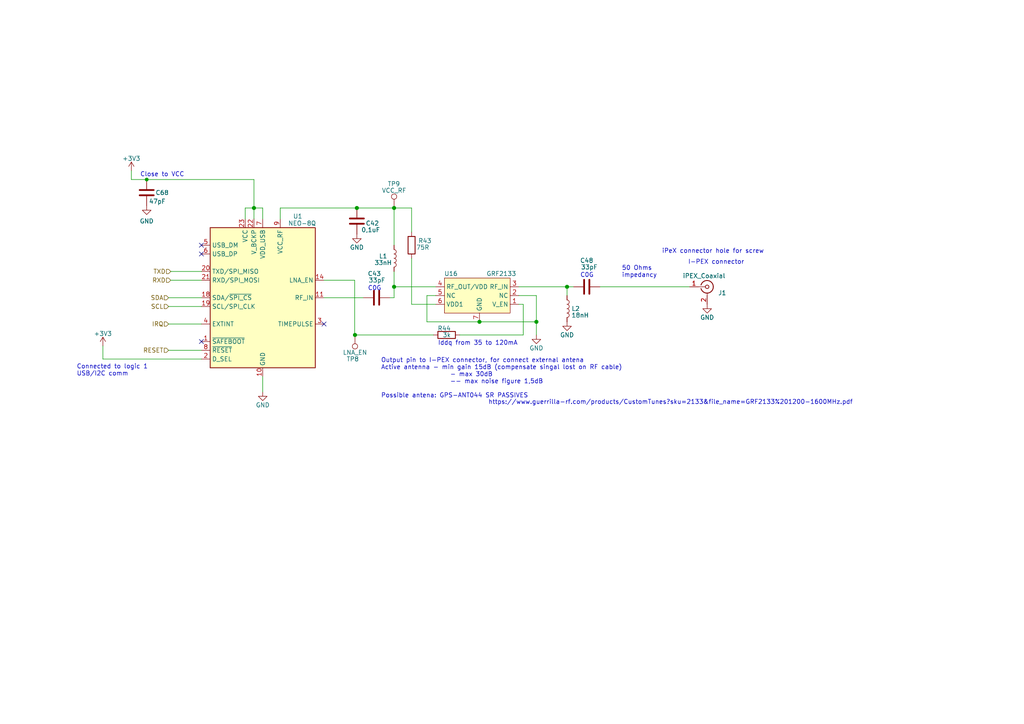
<source format=kicad_sch>
(kicad_sch (version 20211123) (generator eeschema)

  (uuid 8b38e713-2ae3-4571-a0a2-528b1d1f5431)

  (paper "A4")

  (lib_symbols
    (symbol "Connector:Conn_Coaxial" (pin_names (offset 1.016) hide) (in_bom yes) (on_board yes)
      (property "Reference" "J" (id 0) (at 0.254 3.048 0)
        (effects (font (size 1.27 1.27)))
      )
      (property "Value" "Conn_Coaxial" (id 1) (at 2.921 0 90)
        (effects (font (size 1.27 1.27)))
      )
      (property "Footprint" "" (id 2) (at 0 0 0)
        (effects (font (size 1.27 1.27)) hide)
      )
      (property "Datasheet" " ~" (id 3) (at 0 0 0)
        (effects (font (size 1.27 1.27)) hide)
      )
      (property "ki_keywords" "BNC SMA SMB SMC LEMO coaxial connector CINCH RCA" (id 4) (at 0 0 0)
        (effects (font (size 1.27 1.27)) hide)
      )
      (property "ki_description" "coaxial connector (BNC, SMA, SMB, SMC, Cinch/RCA, LEMO, ...)" (id 5) (at 0 0 0)
        (effects (font (size 1.27 1.27)) hide)
      )
      (property "ki_fp_filters" "*BNC* *SMA* *SMB* *SMC* *Cinch* *LEMO*" (id 6) (at 0 0 0)
        (effects (font (size 1.27 1.27)) hide)
      )
      (symbol "Conn_Coaxial_0_1"
        (arc (start -1.778 -0.508) (mid 0.222 -1.808) (end 1.778 0)
          (stroke (width 0.254) (type default) (color 0 0 0 0))
          (fill (type none))
        )
        (polyline
          (pts
            (xy -2.54 0)
            (xy -0.508 0)
          )
          (stroke (width 0) (type default) (color 0 0 0 0))
          (fill (type none))
        )
        (polyline
          (pts
            (xy 0 -2.54)
            (xy 0 -1.778)
          )
          (stroke (width 0) (type default) (color 0 0 0 0))
          (fill (type none))
        )
        (circle (center 0 0) (radius 0.508)
          (stroke (width 0.2032) (type default) (color 0 0 0 0))
          (fill (type none))
        )
        (arc (start 1.778 0) (mid 0.222 1.8083) (end -1.778 0.508)
          (stroke (width 0.254) (type default) (color 0 0 0 0))
          (fill (type none))
        )
      )
      (symbol "Conn_Coaxial_1_1"
        (pin passive line (at -5.08 0 0) (length 2.54)
          (name "In" (effects (font (size 1.27 1.27))))
          (number "1" (effects (font (size 1.27 1.27))))
        )
        (pin passive line (at 0 -5.08 90) (length 2.54)
          (name "Ext" (effects (font (size 1.27 1.27))))
          (number "2" (effects (font (size 1.27 1.27))))
        )
      )
    )
    (symbol "Connector:TestPoint" (pin_numbers hide) (pin_names (offset 0.762) hide) (in_bom yes) (on_board yes)
      (property "Reference" "TP" (id 0) (at 0 6.858 0)
        (effects (font (size 1.27 1.27)))
      )
      (property "Value" "TestPoint" (id 1) (at 0 5.08 0)
        (effects (font (size 1.27 1.27)))
      )
      (property "Footprint" "" (id 2) (at 5.08 0 0)
        (effects (font (size 1.27 1.27)) hide)
      )
      (property "Datasheet" "~" (id 3) (at 5.08 0 0)
        (effects (font (size 1.27 1.27)) hide)
      )
      (property "ki_keywords" "test point tp" (id 4) (at 0 0 0)
        (effects (font (size 1.27 1.27)) hide)
      )
      (property "ki_description" "test point" (id 5) (at 0 0 0)
        (effects (font (size 1.27 1.27)) hide)
      )
      (property "ki_fp_filters" "Pin* Test*" (id 6) (at 0 0 0)
        (effects (font (size 1.27 1.27)) hide)
      )
      (symbol "TestPoint_0_1"
        (circle (center 0 3.302) (radius 0.762)
          (stroke (width 0) (type default) (color 0 0 0 0))
          (fill (type none))
        )
      )
      (symbol "TestPoint_1_1"
        (pin passive line (at 0 0 90) (length 2.54)
          (name "1" (effects (font (size 1.27 1.27))))
          (number "1" (effects (font (size 1.27 1.27))))
        )
      )
    )
    (symbol "Device:C" (pin_numbers hide) (pin_names (offset 0.254)) (in_bom yes) (on_board yes)
      (property "Reference" "C" (id 0) (at 0.635 2.54 0)
        (effects (font (size 1.27 1.27)) (justify left))
      )
      (property "Value" "C" (id 1) (at 0.635 -2.54 0)
        (effects (font (size 1.27 1.27)) (justify left))
      )
      (property "Footprint" "" (id 2) (at 0.9652 -3.81 0)
        (effects (font (size 1.27 1.27)) hide)
      )
      (property "Datasheet" "~" (id 3) (at 0 0 0)
        (effects (font (size 1.27 1.27)) hide)
      )
      (property "ki_keywords" "cap capacitor" (id 4) (at 0 0 0)
        (effects (font (size 1.27 1.27)) hide)
      )
      (property "ki_description" "Unpolarized capacitor" (id 5) (at 0 0 0)
        (effects (font (size 1.27 1.27)) hide)
      )
      (property "ki_fp_filters" "C_*" (id 6) (at 0 0 0)
        (effects (font (size 1.27 1.27)) hide)
      )
      (symbol "C_0_1"
        (polyline
          (pts
            (xy -2.032 -0.762)
            (xy 2.032 -0.762)
          )
          (stroke (width 0.508) (type default) (color 0 0 0 0))
          (fill (type none))
        )
        (polyline
          (pts
            (xy -2.032 0.762)
            (xy 2.032 0.762)
          )
          (stroke (width 0.508) (type default) (color 0 0 0 0))
          (fill (type none))
        )
      )
      (symbol "C_1_1"
        (pin passive line (at 0 3.81 270) (length 2.794)
          (name "~" (effects (font (size 1.27 1.27))))
          (number "1" (effects (font (size 1.27 1.27))))
        )
        (pin passive line (at 0 -3.81 90) (length 2.794)
          (name "~" (effects (font (size 1.27 1.27))))
          (number "2" (effects (font (size 1.27 1.27))))
        )
      )
    )
    (symbol "Device:L" (pin_numbers hide) (pin_names (offset 1.016) hide) (in_bom yes) (on_board yes)
      (property "Reference" "L" (id 0) (at -1.27 0 90)
        (effects (font (size 1.27 1.27)))
      )
      (property "Value" "L" (id 1) (at 1.905 0 90)
        (effects (font (size 1.27 1.27)))
      )
      (property "Footprint" "" (id 2) (at 0 0 0)
        (effects (font (size 1.27 1.27)) hide)
      )
      (property "Datasheet" "~" (id 3) (at 0 0 0)
        (effects (font (size 1.27 1.27)) hide)
      )
      (property "ki_keywords" "inductor choke coil reactor magnetic" (id 4) (at 0 0 0)
        (effects (font (size 1.27 1.27)) hide)
      )
      (property "ki_description" "Inductor" (id 5) (at 0 0 0)
        (effects (font (size 1.27 1.27)) hide)
      )
      (property "ki_fp_filters" "Choke_* *Coil* Inductor_* L_*" (id 6) (at 0 0 0)
        (effects (font (size 1.27 1.27)) hide)
      )
      (symbol "L_0_1"
        (arc (start 0 -2.54) (mid 0.635 -1.905) (end 0 -1.27)
          (stroke (width 0) (type default) (color 0 0 0 0))
          (fill (type none))
        )
        (arc (start 0 -1.27) (mid 0.635 -0.635) (end 0 0)
          (stroke (width 0) (type default) (color 0 0 0 0))
          (fill (type none))
        )
        (arc (start 0 0) (mid 0.635 0.635) (end 0 1.27)
          (stroke (width 0) (type default) (color 0 0 0 0))
          (fill (type none))
        )
        (arc (start 0 1.27) (mid 0.635 1.905) (end 0 2.54)
          (stroke (width 0) (type default) (color 0 0 0 0))
          (fill (type none))
        )
      )
      (symbol "L_1_1"
        (pin passive line (at 0 3.81 270) (length 1.27)
          (name "1" (effects (font (size 1.27 1.27))))
          (number "1" (effects (font (size 1.27 1.27))))
        )
        (pin passive line (at 0 -3.81 90) (length 1.27)
          (name "2" (effects (font (size 1.27 1.27))))
          (number "2" (effects (font (size 1.27 1.27))))
        )
      )
    )
    (symbol "Device:R" (pin_numbers hide) (pin_names (offset 0)) (in_bom yes) (on_board yes)
      (property "Reference" "R" (id 0) (at 2.032 0 90)
        (effects (font (size 1.27 1.27)))
      )
      (property "Value" "R" (id 1) (at 0 0 90)
        (effects (font (size 1.27 1.27)))
      )
      (property "Footprint" "" (id 2) (at -1.778 0 90)
        (effects (font (size 1.27 1.27)) hide)
      )
      (property "Datasheet" "~" (id 3) (at 0 0 0)
        (effects (font (size 1.27 1.27)) hide)
      )
      (property "ki_keywords" "R res resistor" (id 4) (at 0 0 0)
        (effects (font (size 1.27 1.27)) hide)
      )
      (property "ki_description" "Resistor" (id 5) (at 0 0 0)
        (effects (font (size 1.27 1.27)) hide)
      )
      (property "ki_fp_filters" "R_*" (id 6) (at 0 0 0)
        (effects (font (size 1.27 1.27)) hide)
      )
      (symbol "R_0_1"
        (rectangle (start -1.016 -2.54) (end 1.016 2.54)
          (stroke (width 0.254) (type default) (color 0 0 0 0))
          (fill (type none))
        )
      )
      (symbol "R_1_1"
        (pin passive line (at 0 3.81 270) (length 1.27)
          (name "~" (effects (font (size 1.27 1.27))))
          (number "1" (effects (font (size 1.27 1.27))))
        )
        (pin passive line (at 0 -3.81 90) (length 1.27)
          (name "~" (effects (font (size 1.27 1.27))))
          (number "2" (effects (font (size 1.27 1.27))))
        )
      )
    )
    (symbol "RF_GPS:NEO-8Q" (in_bom yes) (on_board yes)
      (property "Reference" "U" (id 0) (at -13.97 21.59 0)
        (effects (font (size 1.27 1.27)))
      )
      (property "Value" "NEO-8Q" (id 1) (at 11.43 21.59 0)
        (effects (font (size 1.27 1.27)))
      )
      (property "Footprint" "RF_GPS:ublox_NEO" (id 2) (at 10.16 -21.59 0)
        (effects (font (size 1.27 1.27)) hide)
      )
      (property "Datasheet" "https://www.u-blox.com/sites/default/files/NEO-8Q_DataSheet_%28UBX-15031913%29.pdf" (id 3) (at 0 0 0)
        (effects (font (size 1.27 1.27)) hide)
      )
      (property "ki_keywords" "ublox GPS GNSS module" (id 4) (at 0 0 0)
        (effects (font (size 1.27 1.27)) hide)
      )
      (property "ki_description" "GNSS Module NEO 8, VCC 1.65V to 3.6V" (id 5) (at 0 0 0)
        (effects (font (size 1.27 1.27)) hide)
      )
      (property "ki_fp_filters" "ublox*NEO*" (id 6) (at 0 0 0)
        (effects (font (size 1.27 1.27)) hide)
      )
      (symbol "NEO-8Q_0_1"
        (rectangle (start -15.24 20.32) (end 15.24 -20.32)
          (stroke (width 0.254) (type default) (color 0 0 0 0))
          (fill (type background))
        )
      )
      (symbol "NEO-8Q_1_1"
        (pin input line (at -17.78 -12.7 0) (length 2.54)
          (name "~{SAFEBOOT}" (effects (font (size 1.27 1.27))))
          (number "1" (effects (font (size 1.27 1.27))))
        )
        (pin power_in line (at 0 -22.86 90) (length 2.54)
          (name "GND" (effects (font (size 1.27 1.27))))
          (number "10" (effects (font (size 1.27 1.27))))
        )
        (pin input line (at 17.78 0 180) (length 2.54)
          (name "RF_IN" (effects (font (size 1.27 1.27))))
          (number "11" (effects (font (size 1.27 1.27))))
        )
        (pin passive line (at 0 -22.86 90) (length 2.54) hide
          (name "GND" (effects (font (size 1.27 1.27))))
          (number "12" (effects (font (size 1.27 1.27))))
        )
        (pin passive line (at 0 -22.86 90) (length 2.54) hide
          (name "GND" (effects (font (size 1.27 1.27))))
          (number "13" (effects (font (size 1.27 1.27))))
        )
        (pin output line (at 17.78 5.08 180) (length 2.54)
          (name "LNA_EN" (effects (font (size 1.27 1.27))))
          (number "14" (effects (font (size 1.27 1.27))))
        )
        (pin no_connect line (at 15.24 -10.16 180) (length 2.54) hide
          (name "RESERVED" (effects (font (size 1.27 1.27))))
          (number "15" (effects (font (size 1.27 1.27))))
        )
        (pin no_connect line (at 15.24 -12.7 180) (length 2.54) hide
          (name "RESERVED" (effects (font (size 1.27 1.27))))
          (number "16" (effects (font (size 1.27 1.27))))
        )
        (pin no_connect line (at 15.24 -15.24 180) (length 2.54) hide
          (name "RESERVED" (effects (font (size 1.27 1.27))))
          (number "17" (effects (font (size 1.27 1.27))))
        )
        (pin bidirectional line (at -17.78 0 0) (length 2.54)
          (name "SDA/~{SPI_CS}" (effects (font (size 1.27 1.27))))
          (number "18" (effects (font (size 1.27 1.27))))
        )
        (pin input line (at -17.78 -2.54 0) (length 2.54)
          (name "SCL/SPI_CLK" (effects (font (size 1.27 1.27))))
          (number "19" (effects (font (size 1.27 1.27))))
        )
        (pin input line (at -17.78 -17.78 0) (length 2.54)
          (name "D_SEL" (effects (font (size 1.27 1.27))))
          (number "2" (effects (font (size 1.27 1.27))))
        )
        (pin output line (at -17.78 7.62 0) (length 2.54)
          (name "TXD/SPI_MISO" (effects (font (size 1.27 1.27))))
          (number "20" (effects (font (size 1.27 1.27))))
        )
        (pin input line (at -17.78 5.08 0) (length 2.54)
          (name "RXD/SPI_MOSI" (effects (font (size 1.27 1.27))))
          (number "21" (effects (font (size 1.27 1.27))))
        )
        (pin power_in line (at -2.54 22.86 270) (length 2.54)
          (name "V_BCKP" (effects (font (size 1.27 1.27))))
          (number "22" (effects (font (size 1.27 1.27))))
        )
        (pin power_in line (at -5.08 22.86 270) (length 2.54)
          (name "VCC" (effects (font (size 1.27 1.27))))
          (number "23" (effects (font (size 1.27 1.27))))
        )
        (pin passive line (at 0 -22.86 90) (length 2.54) hide
          (name "GND" (effects (font (size 1.27 1.27))))
          (number "24" (effects (font (size 1.27 1.27))))
        )
        (pin output line (at 17.78 -7.62 180) (length 2.54)
          (name "TIMEPULSE" (effects (font (size 1.27 1.27))))
          (number "3" (effects (font (size 1.27 1.27))))
        )
        (pin input line (at -17.78 -7.62 0) (length 2.54)
          (name "EXTINT" (effects (font (size 1.27 1.27))))
          (number "4" (effects (font (size 1.27 1.27))))
        )
        (pin bidirectional line (at -17.78 15.24 0) (length 2.54)
          (name "USB_DM" (effects (font (size 1.27 1.27))))
          (number "5" (effects (font (size 1.27 1.27))))
        )
        (pin bidirectional line (at -17.78 12.7 0) (length 2.54)
          (name "USB_DP" (effects (font (size 1.27 1.27))))
          (number "6" (effects (font (size 1.27 1.27))))
        )
        (pin power_in line (at 0 22.86 270) (length 2.54)
          (name "VDD_USB" (effects (font (size 1.27 1.27))))
          (number "7" (effects (font (size 1.27 1.27))))
        )
        (pin input line (at -17.78 -15.24 0) (length 2.54)
          (name "~{RESET}" (effects (font (size 1.27 1.27))))
          (number "8" (effects (font (size 1.27 1.27))))
        )
        (pin power_out line (at 5.08 22.86 270) (length 2.54)
          (name "VCC_RF" (effects (font (size 1.27 1.27))))
          (number "9" (effects (font (size 1.27 1.27))))
        )
      )
    )
    (symbol "comm:GRF2133" (in_bom yes) (on_board yes)
      (property "Reference" "U" (id 0) (at 0 2.54 0)
        (effects (font (size 1.27 1.27)))
      )
      (property "Value" "GRF2133" (id 1) (at 0 0 0)
        (effects (font (size 1.27 1.27)))
      )
      (property "Footprint" "" (id 2) (at -5.08 1.27 0)
        (effects (font (size 1.27 1.27)) hide)
      )
      (property "Datasheet" "" (id 3) (at -5.08 1.27 0)
        (effects (font (size 1.27 1.27)) hide)
      )
      (symbol "GRF2133_0_1"
        (rectangle (start -10.16 -1.27) (end 8.89 -11.43)
          (stroke (width 0.1524) (type default) (color 0 0 0 0))
          (fill (type background))
        )
      )
      (symbol "GRF2133_1_1"
        (pin input line (at 11.43 -8.89 180) (length 2.54)
          (name "V_EN" (effects (font (size 1.27 1.27))))
          (number "1" (effects (font (size 1.27 1.27))))
        )
        (pin input line (at 11.43 -6.35 180) (length 2.54)
          (name "NC" (effects (font (size 1.27 1.27))))
          (number "2" (effects (font (size 1.27 1.27))))
        )
        (pin input line (at 11.43 -3.81 180) (length 2.54)
          (name "RF_IN" (effects (font (size 1.27 1.27))))
          (number "3" (effects (font (size 1.27 1.27))))
        )
        (pin input line (at -12.7 -3.81 0) (length 2.54)
          (name "RF_OUT/VDD" (effects (font (size 1.27 1.27))))
          (number "4" (effects (font (size 1.27 1.27))))
        )
        (pin input line (at -12.7 -6.35 0) (length 2.54)
          (name "NC" (effects (font (size 1.27 1.27))))
          (number "5" (effects (font (size 1.27 1.27))))
        )
        (pin input line (at -12.7 -8.89 0) (length 2.54)
          (name "VDD1" (effects (font (size 1.27 1.27))))
          (number "6" (effects (font (size 1.27 1.27))))
        )
        (pin input line (at 0 -13.97 90) (length 2.54)
          (name "GND" (effects (font (size 1.27 1.27))))
          (number "7" (effects (font (size 1.27 1.27))))
        )
      )
    )
    (symbol "power:+3V3" (power) (pin_names (offset 0)) (in_bom yes) (on_board yes)
      (property "Reference" "#PWR" (id 0) (at 0 -3.81 0)
        (effects (font (size 1.27 1.27)) hide)
      )
      (property "Value" "+3V3" (id 1) (at 0 3.556 0)
        (effects (font (size 1.27 1.27)))
      )
      (property "Footprint" "" (id 2) (at 0 0 0)
        (effects (font (size 1.27 1.27)) hide)
      )
      (property "Datasheet" "" (id 3) (at 0 0 0)
        (effects (font (size 1.27 1.27)) hide)
      )
      (property "ki_keywords" "power-flag" (id 4) (at 0 0 0)
        (effects (font (size 1.27 1.27)) hide)
      )
      (property "ki_description" "Power symbol creates a global label with name \"+3V3\"" (id 5) (at 0 0 0)
        (effects (font (size 1.27 1.27)) hide)
      )
      (symbol "+3V3_0_1"
        (polyline
          (pts
            (xy -0.762 1.27)
            (xy 0 2.54)
          )
          (stroke (width 0) (type default) (color 0 0 0 0))
          (fill (type none))
        )
        (polyline
          (pts
            (xy 0 0)
            (xy 0 2.54)
          )
          (stroke (width 0) (type default) (color 0 0 0 0))
          (fill (type none))
        )
        (polyline
          (pts
            (xy 0 2.54)
            (xy 0.762 1.27)
          )
          (stroke (width 0) (type default) (color 0 0 0 0))
          (fill (type none))
        )
      )
      (symbol "+3V3_1_1"
        (pin power_in line (at 0 0 90) (length 0) hide
          (name "+3V3" (effects (font (size 1.27 1.27))))
          (number "1" (effects (font (size 1.27 1.27))))
        )
      )
    )
    (symbol "power:GND" (power) (pin_names (offset 0)) (in_bom yes) (on_board yes)
      (property "Reference" "#PWR" (id 0) (at 0 -6.35 0)
        (effects (font (size 1.27 1.27)) hide)
      )
      (property "Value" "GND" (id 1) (at 0 -3.81 0)
        (effects (font (size 1.27 1.27)))
      )
      (property "Footprint" "" (id 2) (at 0 0 0)
        (effects (font (size 1.27 1.27)) hide)
      )
      (property "Datasheet" "" (id 3) (at 0 0 0)
        (effects (font (size 1.27 1.27)) hide)
      )
      (property "ki_keywords" "power-flag" (id 4) (at 0 0 0)
        (effects (font (size 1.27 1.27)) hide)
      )
      (property "ki_description" "Power symbol creates a global label with name \"GND\" , ground" (id 5) (at 0 0 0)
        (effects (font (size 1.27 1.27)) hide)
      )
      (symbol "GND_0_1"
        (polyline
          (pts
            (xy 0 0)
            (xy 0 -1.27)
            (xy 1.27 -1.27)
            (xy 0 -2.54)
            (xy -1.27 -1.27)
            (xy 0 -1.27)
          )
          (stroke (width 0) (type default) (color 0 0 0 0))
          (fill (type none))
        )
      )
      (symbol "GND_1_1"
        (pin power_in line (at 0 0 270) (length 0) hide
          (name "GND" (effects (font (size 1.27 1.27))))
          (number "1" (effects (font (size 1.27 1.27))))
        )
      )
    )
  )

  (junction (at 155.575 93.345) (diameter 1.016) (color 0 0 0 0)
    (uuid 0520f61d-4522-4301-a3fa-8ed0bf060f69)
  )
  (junction (at 42.545 52.07) (diameter 0) (color 0 0 0 0)
    (uuid 0b9b133b-b5fe-490e-8b39-775963926a93)
  )
  (junction (at 103.505 60.325) (diameter 1.016) (color 0 0 0 0)
    (uuid 143ed874-a01f-4ced-ba4e-bbb66ddd1f70)
  )
  (junction (at 139.065 93.345) (diameter 1.016) (color 0 0 0 0)
    (uuid 411d4270-c66c-4318-b7fb-1470d34862b8)
  )
  (junction (at 102.9601 97.155) (diameter 1.016) (color 0 0 0 0)
    (uuid 71f92193-19b0-44ed-bc7f-77535083d769)
  )
  (junction (at 114.3 60.325) (diameter 1.016) (color 0 0 0 0)
    (uuid 795e68e2-c9ba-45cf-9bff-89b8fae05b5a)
  )
  (junction (at 114.3 83.185) (diameter 1.016) (color 0 0 0 0)
    (uuid 8fcec304-c6b1-4655-8326-beacd0476953)
  )
  (junction (at 164.465 83.185) (diameter 1.016) (color 0 0 0 0)
    (uuid c8b92953-cd23-44e6-85ce-083fb8c3f20f)
  )
  (junction (at 73.66 60.325) (diameter 1.016) (color 0 0 0 0)
    (uuid fd3499d5-6fd2-49a4-bdb0-109cee899fde)
  )

  (no_connect (at 58.42 99.06) (uuid 4009b76d-4e12-41c2-8abc-3c909f129ef1))
  (no_connect (at 93.98 93.98) (uuid 640c81af-5b52-4930-825d-dea52c971932))
  (no_connect (at 58.42 71.12) (uuid 85201180-d2ed-4b0d-81b0-9e79da370ca6))
  (no_connect (at 58.42 73.66) (uuid 85201180-d2ed-4b0d-81b0-9e79da370ca7))

  (wire (pts (xy 150.495 83.185) (xy 164.465 83.185))
    (stroke (width 0) (type solid) (color 0 0 0 0))
    (uuid 01be50a9-1c3a-4f58-b3cc-a877c48e9664)
  )
  (wire (pts (xy 164.465 83.185) (xy 164.465 85.725))
    (stroke (width 0) (type solid) (color 0 0 0 0))
    (uuid 01be50a9-1c3a-4f58-b3cc-a877c48e9665)
  )
  (wire (pts (xy 29.845 100.33) (xy 29.845 104.14))
    (stroke (width 0) (type solid) (color 0 0 0 0))
    (uuid 09e322ad-5f43-4b76-8f66-ce95369f2a6e)
  )
  (wire (pts (xy 48.895 101.6) (xy 58.42 101.6))
    (stroke (width 0) (type solid) (color 0 0 0 0))
    (uuid 0d1c9ec4-0f70-4131-a0ee-a4f1f87d74f6)
  )
  (wire (pts (xy 76.2 109.22) (xy 76.2 113.665))
    (stroke (width 0) (type solid) (color 0 0 0 0))
    (uuid 109800b1-b5e0-4743-8d22-e246de803e33)
  )
  (wire (pts (xy 119.38 74.93) (xy 119.38 88.265))
    (stroke (width 0) (type solid) (color 0 0 0 0))
    (uuid 1767bbb8-fc31-4c9d-9912-9e04fa030345)
  )
  (wire (pts (xy 119.38 67.31) (xy 119.38 60.325))
    (stroke (width 0) (type solid) (color 0 0 0 0))
    (uuid 257e144c-abfa-4265-94a8-588250914cf1)
  )
  (wire (pts (xy 126.365 85.725) (xy 123.825 85.725))
    (stroke (width 0) (type solid) (color 0 0 0 0))
    (uuid 27abbe3a-0c28-45c9-a944-7532695fb377)
  )
  (wire (pts (xy 93.98 86.36) (xy 105.41 86.36))
    (stroke (width 0) (type solid) (color 0 0 0 0))
    (uuid 31c7be3c-5051-449e-ac03-f8e8d9bce0e4)
  )
  (wire (pts (xy 102.87 97.155) (xy 102.9601 97.155))
    (stroke (width 0) (type solid) (color 0 0 0 0))
    (uuid 3784599c-c4b1-4b8d-af53-1e1ff580c87c)
  )
  (wire (pts (xy 102.9601 97.155) (xy 125.73 97.155))
    (stroke (width 0) (type solid) (color 0 0 0 0))
    (uuid 3784599c-c4b1-4b8d-af53-1e1ff580c87d)
  )
  (wire (pts (xy 48.895 88.9) (xy 58.42 88.9))
    (stroke (width 0) (type solid) (color 0 0 0 0))
    (uuid 4084926f-4258-4973-ad0e-0c5c93e18a30)
  )
  (wire (pts (xy 114.3 78.74) (xy 114.3 83.185))
    (stroke (width 0) (type solid) (color 0 0 0 0))
    (uuid 4746896d-066b-40b2-8f53-52e34fb2a171)
  )
  (wire (pts (xy 48.895 86.36) (xy 58.42 86.36))
    (stroke (width 0) (type solid) (color 0 0 0 0))
    (uuid 5251a5b4-b539-4b4e-b018-161b8beafed2)
  )
  (wire (pts (xy 123.825 85.725) (xy 123.825 93.345))
    (stroke (width 0) (type solid) (color 0 0 0 0))
    (uuid 5d983481-0c8c-4bbb-b76b-26a71bf74766)
  )
  (wire (pts (xy 123.825 93.345) (xy 139.065 93.345))
    (stroke (width 0) (type solid) (color 0 0 0 0))
    (uuid 5d983481-0c8c-4bbb-b76b-26a71bf74767)
  )
  (wire (pts (xy 139.065 93.345) (xy 155.575 93.345))
    (stroke (width 0) (type solid) (color 0 0 0 0))
    (uuid 5d983481-0c8c-4bbb-b76b-26a71bf74768)
  )
  (wire (pts (xy 173.99 83.185) (xy 200.025 83.185))
    (stroke (width 0) (type solid) (color 0 0 0 0))
    (uuid 62c67aba-53d3-47a5-9e95-9ec6c9bd78e8)
  )
  (wire (pts (xy 114.3 60.325) (xy 114.3 71.12))
    (stroke (width 0) (type solid) (color 0 0 0 0))
    (uuid 8573afa9-ec3e-44a5-b84b-5883f3cdbf79)
  )
  (wire (pts (xy 48.895 93.98) (xy 58.42 93.98))
    (stroke (width 0) (type solid) (color 0 0 0 0))
    (uuid 8858a9fe-8549-4ef9-88bb-49db4bff91ef)
  )
  (wire (pts (xy 29.845 104.14) (xy 58.42 104.14))
    (stroke (width 0) (type solid) (color 0 0 0 0))
    (uuid 8b91a71a-a3ba-4252-b2f5-9f4031caa8c6)
  )
  (wire (pts (xy 164.465 83.185) (xy 166.37 83.185))
    (stroke (width 0) (type solid) (color 0 0 0 0))
    (uuid 91757bfe-b2bf-4bbd-8dd3-9be1d9fa33f6)
  )
  (wire (pts (xy 133.35 97.155) (xy 151.765 97.155))
    (stroke (width 0) (type solid) (color 0 0 0 0))
    (uuid 9627691b-ef9d-4979-b816-86baf4bc8a68)
  )
  (wire (pts (xy 113.03 86.36) (xy 114.3 86.36))
    (stroke (width 0) (type solid) (color 0 0 0 0))
    (uuid 9e37724f-2172-4f41-9df5-c1cdbf10847a)
  )
  (wire (pts (xy 114.3 83.185) (xy 126.365 83.185))
    (stroke (width 0) (type solid) (color 0 0 0 0))
    (uuid 9e37724f-2172-4f41-9df5-c1cdbf10847b)
  )
  (wire (pts (xy 114.3 86.36) (xy 114.3 83.185))
    (stroke (width 0) (type solid) (color 0 0 0 0))
    (uuid 9e37724f-2172-4f41-9df5-c1cdbf10847c)
  )
  (wire (pts (xy 76.2 60.325) (xy 73.66 60.325))
    (stroke (width 0) (type solid) (color 0 0 0 0))
    (uuid a02bd23e-7b47-4517-b433-4fae3ea5cf01)
  )
  (wire (pts (xy 76.2 63.5) (xy 76.2 60.325))
    (stroke (width 0) (type solid) (color 0 0 0 0))
    (uuid a02bd23e-7b47-4517-b433-4fae3ea5cf02)
  )
  (wire (pts (xy 93.98 81.28) (xy 102.87 81.28))
    (stroke (width 0) (type solid) (color 0 0 0 0))
    (uuid a68ab12f-21ab-4b98-8655-04c3a521afcb)
  )
  (wire (pts (xy 102.87 81.28) (xy 102.87 97.155))
    (stroke (width 0) (type solid) (color 0 0 0 0))
    (uuid a68ab12f-21ab-4b98-8655-04c3a521afcc)
  )
  (wire (pts (xy 73.66 52.07) (xy 73.66 60.325))
    (stroke (width 0) (type solid) (color 0 0 0 0))
    (uuid abc7dc28-f731-46e5-a7aa-6dd6f932bdf5)
  )
  (wire (pts (xy 150.495 85.725) (xy 155.575 85.725))
    (stroke (width 0) (type solid) (color 0 0 0 0))
    (uuid ac64c30b-286e-44ae-9150-827dae77a52f)
  )
  (wire (pts (xy 155.575 85.725) (xy 155.575 93.345))
    (stroke (width 0) (type solid) (color 0 0 0 0))
    (uuid ac64c30b-286e-44ae-9150-827dae77a530)
  )
  (wire (pts (xy 155.575 93.345) (xy 155.575 97.155))
    (stroke (width 0) (type solid) (color 0 0 0 0))
    (uuid ac64c30b-286e-44ae-9150-827dae77a531)
  )
  (wire (pts (xy 49.53 81.28) (xy 58.42 81.28))
    (stroke (width 0) (type solid) (color 0 0 0 0))
    (uuid ba04f105-0e60-4ac9-bff5-6cb4b45bffa4)
  )
  (wire (pts (xy 150.495 88.265) (xy 151.765 88.265))
    (stroke (width 0) (type solid) (color 0 0 0 0))
    (uuid ba4fc2a8-2822-4df7-a7ea-e7ad6dd111f8)
  )
  (wire (pts (xy 151.765 88.265) (xy 151.765 97.155))
    (stroke (width 0) (type solid) (color 0 0 0 0))
    (uuid ba4fc2a8-2822-4df7-a7ea-e7ad6dd111f9)
  )
  (wire (pts (xy 73.66 60.325) (xy 73.66 63.5))
    (stroke (width 0) (type solid) (color 0 0 0 0))
    (uuid bbf7da76-e33f-43b1-9a67-7043aa182473)
  )
  (wire (pts (xy 38.1 49.53) (xy 38.1 52.07))
    (stroke (width 0) (type default) (color 0 0 0 0))
    (uuid c47f7d0d-e998-4cf3-8722-c71d314eb685)
  )
  (wire (pts (xy 49.53 78.74) (xy 58.42 78.74))
    (stroke (width 0) (type solid) (color 0 0 0 0))
    (uuid c9b79fc2-7829-436d-bcdd-8c484f9f29bb)
  )
  (wire (pts (xy 119.38 88.265) (xy 126.365 88.265))
    (stroke (width 0) (type solid) (color 0 0 0 0))
    (uuid cf8f39ac-6300-4a6f-9d7a-9535d28f4f59)
  )
  (wire (pts (xy 38.1 52.07) (xy 42.545 52.07))
    (stroke (width 0) (type default) (color 0 0 0 0))
    (uuid def5a47c-8928-4cf7-9fa2-ceab2b7817a6)
  )
  (wire (pts (xy 42.545 52.07) (xy 73.66 52.07))
    (stroke (width 0) (type default) (color 0 0 0 0))
    (uuid e2ea097b-b9a0-46aa-8521-578a7c0b572c)
  )
  (wire (pts (xy 81.28 60.325) (xy 103.505 60.325))
    (stroke (width 0) (type solid) (color 0 0 0 0))
    (uuid f20eeacf-abb7-434a-a24f-b7aac6ea2903)
  )
  (wire (pts (xy 81.28 63.5) (xy 81.28 60.325))
    (stroke (width 0) (type solid) (color 0 0 0 0))
    (uuid f20eeacf-abb7-434a-a24f-b7aac6ea2904)
  )
  (wire (pts (xy 103.505 60.325) (xy 114.3 60.325))
    (stroke (width 0) (type solid) (color 0 0 0 0))
    (uuid f20eeacf-abb7-434a-a24f-b7aac6ea2905)
  )
  (wire (pts (xy 114.3 60.325) (xy 119.38 60.325))
    (stroke (width 0) (type solid) (color 0 0 0 0))
    (uuid f20eeacf-abb7-434a-a24f-b7aac6ea2906)
  )
  (wire (pts (xy 71.12 60.325) (xy 73.66 60.325))
    (stroke (width 0) (type solid) (color 0 0 0 0))
    (uuid fccd4a8f-3137-4bb9-8889-b2aa4118e340)
  )
  (wire (pts (xy 71.12 63.5) (xy 71.12 60.325))
    (stroke (width 0) (type solid) (color 0 0 0 0))
    (uuid fccd4a8f-3137-4bb9-8889-b2aa4118e341)
  )

  (text "C0G" (at 168.275 80.645 0)
    (effects (font (size 1.27 1.27)) (justify left bottom))
    (uuid 1c9d9621-d4fa-4f02-9cc1-7cdc463d54a9)
  )
  (text "Close to VCC\n" (at 40.64 51.435 0)
    (effects (font (size 1.27 1.27)) (justify left bottom))
    (uuid 64be834d-bdda-477a-95fc-3f098592acb4)
  )
  (text "C0G" (at 106.68 84.455 0)
    (effects (font (size 1.27 1.27)) (justify left bottom))
    (uuid 67889be4-7baf-49df-bff8-2abd4cf5c75e)
  )
  (text "50 Ohms\nimpedancy\n" (at 180.34 80.645 0)
    (effects (font (size 1.27 1.27)) (justify left bottom))
    (uuid 861e6205-addf-4fa2-831f-5de3069d0f43)
  )
  (text "Iddq from 35 to 120mA" (at 127 100.33 0)
    (effects (font (size 1.27 1.27)) (justify left bottom))
    (uuid a085bfcb-e4e0-4cb6-9424-1b40a095a96a)
  )
  (text "I-PEX connector\n" (at 215.9 76.835 180)
    (effects (font (size 1.27 1.27)) (justify right bottom))
    (uuid a5e6a0c1-6542-486e-95ed-3b8d5ede2b07)
  )
  (text "Output pin to I-PEX connector, for connect external antena\nActive antenna - min gain 15dB (compensate singal lost on RF cable)\n				- max 30dB\n				-- max noise figure 1,5dB\n\nPossible antena: GPS-ANT044 SR PASSIVES\n"
    (at 110.49 115.57 0)
    (effects (font (size 1.27 1.27)) (justify left bottom))
    (uuid b3c80aaa-750a-42e8-8e77-42bbb6cef22c)
  )
  (text "https://www.guerrilla-rf.com/products/CustomTunes?sku=2133&file_name=GRF2133%201200-1600MHz.pdf"
    (at 141.605 117.475 0)
    (effects (font (size 1.27 1.27)) (justify left bottom))
    (uuid c1db7845-d2a2-4cae-8064-07df05a18d2b)
  )
  (text "iPeX connector hole for screw\n" (at 221.615 73.66 180)
    (effects (font (size 1.27 1.27)) (justify right bottom))
    (uuid c3180c14-d933-43a4-a189-4f33bcc287c2)
  )
  (text "Connected to logic 1 \nUSB/I2C comm\n" (at 22.225 109.22 0)
    (effects (font (size 1.27 1.27)) (justify left bottom))
    (uuid cdf36631-0b51-4d27-94ca-d6a112c60208)
  )

  (hierarchical_label "SCL" (shape input) (at 48.895 88.9 180)
    (effects (font (size 1.27 1.27)) (justify right))
    (uuid 0038fc9c-adb7-480f-a3b0-d335966c7de8)
  )
  (hierarchical_label "SDA" (shape input) (at 48.895 86.36 180)
    (effects (font (size 1.27 1.27)) (justify right))
    (uuid 28288a5a-c749-4593-bff9-9b21e95e73dd)
  )
  (hierarchical_label "TXD" (shape input) (at 49.53 78.74 180)
    (effects (font (size 1.27 1.27)) (justify right))
    (uuid 77325409-927e-4816-8b14-d0d27926febb)
  )
  (hierarchical_label "IRQ" (shape input) (at 48.895 93.98 180)
    (effects (font (size 1.27 1.27)) (justify right))
    (uuid 9e5a965b-eb8a-46fb-8cc3-3c71df006882)
  )
  (hierarchical_label "RESET" (shape input) (at 48.895 101.6 180)
    (effects (font (size 1.27 1.27)) (justify right))
    (uuid c6baae81-9c26-4ac1-9a81-4d33222cc3bf)
  )
  (hierarchical_label "RXD" (shape input) (at 49.53 81.28 180)
    (effects (font (size 1.27 1.27)) (justify right))
    (uuid f59b0ec7-475f-495d-84b5-c74c61d7d053)
  )

  (symbol (lib_id "power:+3V3") (at 29.845 100.33 0) (unit 1)
    (in_bom yes) (on_board yes)
    (uuid 05ae919a-077d-4ffb-832c-e1f8a90810f5)
    (property "Reference" "#PWR0136" (id 0) (at 29.845 104.14 0)
      (effects (font (size 1.27 1.27)) hide)
    )
    (property "Value" "+3V3" (id 1) (at 29.845 96.774 0))
    (property "Footprint" "" (id 2) (at 29.845 100.33 0)
      (effects (font (size 1.27 1.27)) hide)
    )
    (property "Datasheet" "" (id 3) (at 29.845 100.33 0)
      (effects (font (size 1.27 1.27)) hide)
    )
    (pin "1" (uuid 83b76a64-d33f-4b92-8ebe-94085b063eff))
  )

  (symbol (lib_id "power:GND") (at 103.505 67.945 0) (unit 1)
    (in_bom yes) (on_board yes) (fields_autoplaced)
    (uuid 093298b7-f365-4672-b9bd-53db1775a9c1)
    (property "Reference" "#PWR0151" (id 0) (at 103.505 74.295 0)
      (effects (font (size 1.27 1.27)) hide)
    )
    (property "Value" "GND" (id 1) (at 103.505 71.755 0))
    (property "Footprint" "" (id 2) (at 103.505 67.945 0)
      (effects (font (size 1.27 1.27)) hide)
    )
    (property "Datasheet" "" (id 3) (at 103.505 67.945 0)
      (effects (font (size 1.27 1.27)) hide)
    )
    (pin "1" (uuid 76a8ae94-f9e1-4388-bb2c-d910eb5e0528))
  )

  (symbol (lib_id "power:GND") (at 205.105 88.265 0) (unit 1)
    (in_bom yes) (on_board yes) (fields_autoplaced)
    (uuid 0df7011d-9ffd-442d-96bf-e933d0cb9865)
    (property "Reference" "#PWR0105" (id 0) (at 205.105 94.615 0)
      (effects (font (size 1.27 1.27)) hide)
    )
    (property "Value" "GND" (id 1) (at 205.105 92.075 0))
    (property "Footprint" "" (id 2) (at 205.105 88.265 0)
      (effects (font (size 1.27 1.27)) hide)
    )
    (property "Datasheet" "" (id 3) (at 205.105 88.265 0)
      (effects (font (size 1.27 1.27)) hide)
    )
    (pin "1" (uuid a87c63dd-3d65-4051-a4cc-06e4ccf0a63a))
  )

  (symbol (lib_id "power:GND") (at 42.545 59.69 0) (unit 1)
    (in_bom yes) (on_board yes) (fields_autoplaced)
    (uuid 2145b9b8-5c32-4d79-8adf-320558e14f80)
    (property "Reference" "#PWR012" (id 0) (at 42.545 66.04 0)
      (effects (font (size 1.27 1.27)) hide)
    )
    (property "Value" "GND" (id 1) (at 42.545 64.135 0))
    (property "Footprint" "" (id 2) (at 42.545 59.69 0)
      (effects (font (size 1.27 1.27)) hide)
    )
    (property "Datasheet" "" (id 3) (at 42.545 59.69 0)
      (effects (font (size 1.27 1.27)) hide)
    )
    (pin "1" (uuid a65f4b08-ed17-4666-991e-102dbdbbb7ae))
  )

  (symbol (lib_id "Connector:Conn_Coaxial") (at 205.105 83.185 0) (unit 1)
    (in_bom yes) (on_board yes)
    (uuid 439f32fb-fdd3-42c4-9953-113a7abc87da)
    (property "Reference" "J1" (id 0) (at 208.28 84.9504 0)
      (effects (font (size 1.27 1.27)) (justify left))
    )
    (property "Value" "iPEX_Coaxial" (id 1) (at 204.216 80.01 0))
    (property "Footprint" "footprints:iPEX" (id 2) (at 205.105 83.185 0)
      (effects (font (size 1.27 1.27)) hide)
    )
    (property "Datasheet" " ~" (id 3) (at 205.105 83.185 0)
      (effects (font (size 1.27 1.27)) hide)
    )
    (pin "1" (uuid 71f1c8b8-c62b-4bd8-9c36-9cf5a576f6f1))
    (pin "2" (uuid 26e9a7fb-dd70-48cd-90ed-d709c8f7e1e3))
  )

  (symbol (lib_id "Device:C") (at 109.22 86.36 90) (unit 1)
    (in_bom yes) (on_board yes)
    (uuid 43cf697c-d158-4d4f-bde0-259d5adf1417)
    (property "Reference" "C43" (id 0) (at 108.585 79.375 90))
    (property "Value" "33pF" (id 1) (at 111.76 81.28 90)
      (effects (font (size 1.27 1.27)) (justify left))
    )
    (property "Footprint" "Capacitor_SMD:C_0603_1608Metric" (id 2) (at 113.03 85.3948 0)
      (effects (font (size 1.27 1.27)) hide)
    )
    (property "Datasheet" "~" (id 3) (at 109.22 86.36 0)
      (effects (font (size 1.27 1.27)) hide)
    )
    (pin "1" (uuid de099d95-b0b7-4856-8c74-9a03c9ab3970))
    (pin "2" (uuid 640027e2-9ef0-4e9c-a891-a2916161d56f))
  )

  (symbol (lib_id "power:GND") (at 164.465 93.345 0) (unit 1)
    (in_bom yes) (on_board yes) (fields_autoplaced)
    (uuid 47fbaae5-a34c-4d0c-961b-7fcc519525cd)
    (property "Reference" "#PWR0150" (id 0) (at 164.465 99.695 0)
      (effects (font (size 1.27 1.27)) hide)
    )
    (property "Value" "GND" (id 1) (at 164.465 97.155 0))
    (property "Footprint" "" (id 2) (at 164.465 93.345 0)
      (effects (font (size 1.27 1.27)) hide)
    )
    (property "Datasheet" "" (id 3) (at 164.465 93.345 0)
      (effects (font (size 1.27 1.27)) hide)
    )
    (pin "1" (uuid 025c3f82-2259-40e1-be78-464134ac03d7))
  )

  (symbol (lib_id "Device:R") (at 129.54 97.155 90) (unit 1)
    (in_bom yes) (on_board yes)
    (uuid 4a050d6d-1e0b-44c6-8860-1eb70aacc9ff)
    (property "Reference" "R44" (id 0) (at 130.8099 95.25 90)
      (effects (font (size 1.27 1.27)) (justify left))
    )
    (property "Value" "3k" (id 1) (at 130.8099 97.155 90)
      (effects (font (size 1.27 1.27)) (justify left))
    )
    (property "Footprint" "Resistor_SMD:R_0603_1608Metric" (id 2) (at 129.54 98.933 90)
      (effects (font (size 1.27 1.27)) hide)
    )
    (property "Datasheet" "~" (id 3) (at 129.54 97.155 0)
      (effects (font (size 1.27 1.27)) hide)
    )
    (pin "1" (uuid 9faee9c1-598e-46de-b7ff-5eeed083b7b1))
    (pin "2" (uuid ded9580e-f0af-400b-829c-c2ebfc0aa8b6))
  )

  (symbol (lib_id "Device:C") (at 42.545 55.88 0) (unit 1)
    (in_bom yes) (on_board yes)
    (uuid 585f7144-38ab-4ce6-a31c-2d2c8507e5dc)
    (property "Reference" "C68" (id 0) (at 45.085 55.88 0)
      (effects (font (size 1.27 1.27)) (justify left))
    )
    (property "Value" "47pF" (id 1) (at 43.18 58.42 0)
      (effects (font (size 1.27 1.27)) (justify left))
    )
    (property "Footprint" "Capacitor_SMD:C_0603_1608Metric" (id 2) (at 43.5102 59.69 0)
      (effects (font (size 1.27 1.27)) hide)
    )
    (property "Datasheet" "~" (id 3) (at 42.545 55.88 0)
      (effects (font (size 1.27 1.27)) hide)
    )
    (pin "1" (uuid 89faa4a6-4a30-45e0-a611-7134081dcd6e))
    (pin "2" (uuid 910308e4-3532-4fb9-84e8-c021b52d1a3e))
  )

  (symbol (lib_id "Device:R") (at 119.38 71.12 0) (unit 1)
    (in_bom yes) (on_board yes)
    (uuid 5f3572f7-fb48-454e-9db0-c275af260895)
    (property "Reference" "R43" (id 0) (at 121.285 69.8499 0)
      (effects (font (size 1.27 1.27)) (justify left))
    )
    (property "Value" "75R" (id 1) (at 120.65 71.7549 0)
      (effects (font (size 1.27 1.27)) (justify left))
    )
    (property "Footprint" "Resistor_SMD:R_0603_1608Metric" (id 2) (at 117.602 71.12 90)
      (effects (font (size 1.27 1.27)) hide)
    )
    (property "Datasheet" "~" (id 3) (at 119.38 71.12 0)
      (effects (font (size 1.27 1.27)) hide)
    )
    (pin "1" (uuid 8044d228-5fcb-497b-89fa-a19d6079c05c))
    (pin "2" (uuid 6772dff6-484c-4674-85af-5303a5b501cf))
  )

  (symbol (lib_id "Device:C") (at 103.505 64.135 0) (unit 1)
    (in_bom yes) (on_board yes)
    (uuid 655466dc-74d7-441f-9065-6d91cf0cdfd5)
    (property "Reference" "C42" (id 0) (at 106.045 64.7699 0)
      (effects (font (size 1.27 1.27)) (justify left))
    )
    (property "Value" "0,1uF" (id 1) (at 104.775 66.675 0)
      (effects (font (size 1.27 1.27)) (justify left))
    )
    (property "Footprint" "Capacitor_SMD:C_0603_1608Metric" (id 2) (at 104.4702 67.945 0)
      (effects (font (size 1.27 1.27)) hide)
    )
    (property "Datasheet" "~" (id 3) (at 103.505 64.135 0)
      (effects (font (size 1.27 1.27)) hide)
    )
    (pin "1" (uuid 765510f5-985d-428d-b4ea-0582417261b0))
    (pin "2" (uuid 3779e6d7-a712-404d-a15f-ac2c9679b705))
  )

  (symbol (lib_id "Device:C") (at 170.18 83.185 90) (unit 1)
    (in_bom yes) (on_board yes)
    (uuid 8a28a6ce-bb4d-413a-85cb-87c474e0efa6)
    (property "Reference" "C48" (id 0) (at 170.18 75.565 90))
    (property "Value" "33pF" (id 1) (at 173.355 77.47 90)
      (effects (font (size 1.27 1.27)) (justify left))
    )
    (property "Footprint" "Capacitor_SMD:C_0603_1608Metric" (id 2) (at 173.99 82.2198 0)
      (effects (font (size 1.27 1.27)) hide)
    )
    (property "Datasheet" "~" (id 3) (at 170.18 83.185 0)
      (effects (font (size 1.27 1.27)) hide)
    )
    (pin "1" (uuid 6f132baa-5054-4b62-8165-e94f64728939))
    (pin "2" (uuid ee4f743a-20b3-4210-948e-cfc19ff96e5f))
  )

  (symbol (lib_id "power:+3V3") (at 38.1 49.53 0) (unit 1)
    (in_bom yes) (on_board yes)
    (uuid a24613b9-960d-44de-a20f-cb6336f3df7f)
    (property "Reference" "#PWR0152" (id 0) (at 38.1 53.34 0)
      (effects (font (size 1.27 1.27)) hide)
    )
    (property "Value" "+3V3" (id 1) (at 38.1 45.974 0))
    (property "Footprint" "" (id 2) (at 38.1 49.53 0)
      (effects (font (size 1.27 1.27)) hide)
    )
    (property "Datasheet" "" (id 3) (at 38.1 49.53 0)
      (effects (font (size 1.27 1.27)) hide)
    )
    (pin "1" (uuid 0d7ebf62-86ea-48a5-b9e2-01c322c15835))
  )

  (symbol (lib_id "Device:L") (at 114.3 74.93 0) (unit 1)
    (in_bom yes) (on_board yes)
    (uuid a2918e19-165a-4355-a07f-4e592565c356)
    (property "Reference" "L1" (id 0) (at 111.125 74.295 0))
    (property "Value" "33nH" (id 1) (at 111.125 76.2 0))
    (property "Footprint" "Inductor_SMD:L_0603_1608Metric" (id 2) (at 114.3 74.93 0)
      (effects (font (size 1.27 1.27)) hide)
    )
    (property "Datasheet" "~" (id 3) (at 114.3 74.93 0)
      (effects (font (size 1.27 1.27)) hide)
    )
    (pin "1" (uuid 4f59428a-f3ee-40b1-8c07-2f19f10a7dac))
    (pin "2" (uuid 1e0386b3-9255-41ea-b057-5f6a3d9e6ad6))
  )

  (symbol (lib_id "comm:GRF2133") (at 139.065 79.375 0) (unit 1)
    (in_bom yes) (on_board yes)
    (uuid a84a27ac-86a4-4976-965b-f9b0402fe7a8)
    (property "Reference" "U16" (id 0) (at 130.81 79.375 0))
    (property "Value" "GRF2133" (id 1) (at 145.415 79.375 0))
    (property "Footprint" "Package_DFN_QFN:DFN-6-1EP_2x2mm_P0.5mm_EP0.6x1.37mm" (id 2) (at 133.985 69.215 0)
      (effects (font (size 1.27 1.27)) hide)
    )
    (property "Datasheet" "" (id 3) (at 133.985 78.105 0)
      (effects (font (size 1.27 1.27)) hide)
    )
    (pin "1" (uuid b086fed5-ec4f-40e1-90f3-815d45715526))
    (pin "2" (uuid 05824763-03a7-4fa1-a30c-cd0c866bca5f))
    (pin "3" (uuid 54f2cd86-e466-4be1-80c7-6afd7c3f70dd))
    (pin "4" (uuid e9e3b7c9-3e56-4ee5-a058-787aab69511a))
    (pin "5" (uuid d02568bd-292b-457d-9820-9b2b4afa14c9))
    (pin "6" (uuid 739968b2-586b-4f05-97de-ab088a5d19b9))
    (pin "7" (uuid 4d73aed7-e82c-4c3b-a607-2ec71af28bd3))
  )

  (symbol (lib_id "RF_GPS:NEO-8Q") (at 76.2 86.36 0) (unit 1)
    (in_bom yes) (on_board yes)
    (uuid a9077745-053e-4b42-8a30-760f9487663f)
    (property "Reference" "U1" (id 0) (at 86.36 62.7286 0))
    (property "Value" "NEO-8Q" (id 1) (at 87.63 64.77 0))
    (property "Footprint" "RF_GPS:ublox_NEO" (id 2) (at 86.36 107.95 0)
      (effects (font (size 1.27 1.27)) hide)
    )
    (property "Datasheet" "https://www.u-blox.com/sites/default/files/NEO-8Q_DataSheet_%28UBX-15031913%29.pdf" (id 3) (at 76.2 86.36 0)
      (effects (font (size 1.27 1.27)) hide)
    )
    (pin "1" (uuid d1d693bd-584e-4547-979f-6de7cb628471))
    (pin "10" (uuid d0cfed2d-e85e-4479-a085-c4b2450e5c68))
    (pin "11" (uuid 540d3971-9fb4-432b-95c0-cf4761488158))
    (pin "12" (uuid 4f3db53d-ef33-460e-a779-b81706a4a921))
    (pin "13" (uuid 8502183d-f4dc-4544-bb80-3e3aa279a2fe))
    (pin "14" (uuid 4f512183-5d30-4acf-9345-cd67dbefd868))
    (pin "15" (uuid 238d7fe2-6548-4dda-bf5a-74dcc7a70573))
    (pin "16" (uuid 8d46c2c7-433a-4cde-96de-c7fd5d2a05c2))
    (pin "17" (uuid dea9f0b7-b984-4886-8db3-062d2a14a81d))
    (pin "18" (uuid 01973dd4-b3eb-4276-a005-560f229bfbbd))
    (pin "19" (uuid a7c91dc1-ea7a-46ea-a4b8-549c8350bb17))
    (pin "2" (uuid 25ad4dc1-ea94-4377-9d18-4868ba51b633))
    (pin "20" (uuid 245c0693-aed6-4a8d-9cd6-b03490ec17ef))
    (pin "21" (uuid 06489c1e-09fe-4d09-9deb-3dceac73dd63))
    (pin "22" (uuid 27a6f0b3-7033-496d-a8f1-4f3762addea8))
    (pin "23" (uuid 2c3ebd6e-6ee6-40b9-ae6a-46e0809c1fd1))
    (pin "24" (uuid 6b3ba189-4e50-44ce-8add-14b5de8e9849))
    (pin "3" (uuid e6560693-1652-41dd-b9e4-423557b86dc0))
    (pin "4" (uuid 22f7afd9-dc52-4911-8b12-985ac51a06fe))
    (pin "5" (uuid 31b5520b-877b-49f8-ae05-b792064b443c))
    (pin "6" (uuid fe7486b0-4936-44fb-ac02-8f8516ea045c))
    (pin "7" (uuid a7a15876-afbb-4db8-b5fb-0b651ca9fbfa))
    (pin "8" (uuid 7d3316ae-5a12-4e8f-8c99-a5712fe0c63f))
    (pin "9" (uuid 4290b65b-0fe2-4fc1-b245-7f3cdf42e6b5))
  )

  (symbol (lib_id "power:GND") (at 76.2 113.665 0) (unit 1)
    (in_bom yes) (on_board yes) (fields_autoplaced)
    (uuid b42e3e51-4895-4f50-b2c8-586f6f566925)
    (property "Reference" "#PWR0108" (id 0) (at 76.2 120.015 0)
      (effects (font (size 1.27 1.27)) hide)
    )
    (property "Value" "GND" (id 1) (at 76.2 117.475 0))
    (property "Footprint" "" (id 2) (at 76.2 113.665 0)
      (effects (font (size 1.27 1.27)) hide)
    )
    (property "Datasheet" "" (id 3) (at 76.2 113.665 0)
      (effects (font (size 1.27 1.27)) hide)
    )
    (pin "1" (uuid c39d28e4-aa9d-4523-9e2e-c0bedf3a7ae4))
  )

  (symbol (lib_id "power:GND") (at 155.575 97.155 0) (unit 1)
    (in_bom yes) (on_board yes) (fields_autoplaced)
    (uuid d2ea0b16-bb18-468d-b2b3-f305bf0b82ca)
    (property "Reference" "#PWR0149" (id 0) (at 155.575 103.505 0)
      (effects (font (size 1.27 1.27)) hide)
    )
    (property "Value" "GND" (id 1) (at 155.575 100.965 0))
    (property "Footprint" "" (id 2) (at 155.575 97.155 0)
      (effects (font (size 1.27 1.27)) hide)
    )
    (property "Datasheet" "" (id 3) (at 155.575 97.155 0)
      (effects (font (size 1.27 1.27)) hide)
    )
    (pin "1" (uuid 71237012-1cf4-4918-ac99-1cbacd7bedfc))
  )

  (symbol (lib_id "Device:L") (at 164.465 89.535 0) (unit 1)
    (in_bom yes) (on_board yes)
    (uuid e6bfe790-e3b4-401f-a458-297cde72bf39)
    (property "Reference" "L2" (id 0) (at 165.735 89.5349 0)
      (effects (font (size 1.27 1.27)) (justify left))
    )
    (property "Value" "18nH" (id 1) (at 168.275 91.44 0))
    (property "Footprint" "Inductor_SMD:L_0603_1608Metric" (id 2) (at 164.465 89.535 0)
      (effects (font (size 1.27 1.27)) hide)
    )
    (property "Datasheet" "~" (id 3) (at 164.465 89.535 0)
      (effects (font (size 1.27 1.27)) hide)
    )
    (pin "1" (uuid 0301a8b8-9238-4332-a1bb-5566af4378b6))
    (pin "2" (uuid ca29f79e-6e70-4fec-ad29-221d131a383c))
  )

  (symbol (lib_id "Connector:TestPoint") (at 102.9601 97.155 180) (unit 1)
    (in_bom yes) (on_board yes)
    (uuid e930b68a-88ca-4dce-9274-e3945c507eee)
    (property "Reference" "TP8" (id 0) (at 104.14 104.14 0)
      (effects (font (size 1.27 1.27)) (justify left))
    )
    (property "Value" "LNA_EN" (id 1) (at 102.9601 102.235 0))
    (property "Footprint" "TCY_Connector:TestPoint_Pad_D0.5mm" (id 2) (at 97.8801 97.155 0)
      (effects (font (size 1.27 1.27)) hide)
    )
    (property "Datasheet" "~" (id 3) (at 97.8801 97.155 0)
      (effects (font (size 1.27 1.27)) hide)
    )
    (pin "1" (uuid 7de6bc0d-11a6-4dba-a0bc-e5bd1bcc737d))
  )

  (symbol (lib_id "Connector:TestPoint") (at 114.3 60.325 0) (unit 1)
    (in_bom yes) (on_board yes)
    (uuid f9595d9a-aabb-4056-938d-eb6481cde334)
    (property "Reference" "TP9" (id 0) (at 112.395 53.34 0)
      (effects (font (size 1.27 1.27)) (justify left))
    )
    (property "Value" "VCC_RF" (id 1) (at 114.3 55.245 0))
    (property "Footprint" "TCY_Connector:TestPoint_Pad_D0.5mm" (id 2) (at 119.38 60.325 0)
      (effects (font (size 1.27 1.27)) hide)
    )
    (property "Datasheet" "~" (id 3) (at 119.38 60.325 0)
      (effects (font (size 1.27 1.27)) hide)
    )
    (pin "1" (uuid 7ebfd7cd-743e-4f4f-9a12-c4292b97c424))
  )
)

</source>
